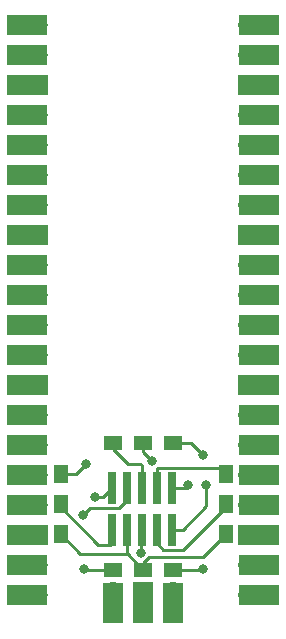
<source format=gbr>
%TF.GenerationSoftware,KiCad,Pcbnew,6.0.8-f2edbf62ab~116~ubuntu22.04.1*%
%TF.CreationDate,2022-10-03T19:04:55-04:00*%
%TF.ProjectId,PicoDebugInterface,5069636f-4465-4627-9567-496e74657266,rev?*%
%TF.SameCoordinates,Original*%
%TF.FileFunction,Copper,L1,Top*%
%TF.FilePolarity,Positive*%
%FSLAX46Y46*%
G04 Gerber Fmt 4.6, Leading zero omitted, Abs format (unit mm)*
G04 Created by KiCad (PCBNEW 6.0.8-f2edbf62ab~116~ubuntu22.04.1) date 2022-10-03 19:04:55*
%MOMM*%
%LPD*%
G01*
G04 APERTURE LIST*
%TA.AperFunction,SMDPad,CuDef*%
%ADD10R,1.524000X1.143000*%
%TD*%
%TA.AperFunction,SMDPad,CuDef*%
%ADD11R,1.143000X1.524000*%
%TD*%
%TA.AperFunction,SMDPad,CuDef*%
%ADD12R,0.660400X2.768600*%
%TD*%
%TA.AperFunction,SMDPad,CuDef*%
%ADD13R,3.500000X1.700000*%
%TD*%
%TA.AperFunction,ComponentPad*%
%ADD14O,1.700000X1.700000*%
%TD*%
%TA.AperFunction,ComponentPad*%
%ADD15R,1.700000X1.700000*%
%TD*%
%TA.AperFunction,SMDPad,CuDef*%
%ADD16R,1.700000X3.500000*%
%TD*%
%TA.AperFunction,ViaPad*%
%ADD17C,0.800000*%
%TD*%
%TA.AperFunction,Conductor*%
%ADD18C,0.250000*%
%TD*%
G04 APERTURE END LIST*
D10*
%TO.P,J2,1,Pin_1*%
%TO.N,/SWDCLK*%
X126238000Y-67119500D03*
%TO.P,J2,2,Pin_2*%
%TO.N,GND*%
X128778000Y-67119500D03*
%TO.P,J2,3,Pin_3*%
%TO.N,/SWDIO*%
X131318000Y-67119500D03*
%TD*%
D11*
%TO.P,J4,1,Pin_1*%
%TO.N,GND*%
X135763000Y-64135000D03*
%TO.P,J4,2,Pin_2*%
%TO.N,/SDA_1*%
X135763000Y-61595000D03*
%TO.P,J4,3,Pin_3*%
%TO.N,/SCL_1*%
X135763000Y-59055000D03*
%TD*%
D12*
%TO.P,J1,1,Pin_1*%
%TO.N,/SCL_0*%
X126111000Y-63728000D03*
%TO.P,J1,2,Pin_2*%
%TO.N,/SWDIO*%
X126111000Y-60198000D03*
%TO.P,J1,3,Pin_3*%
%TO.N,GND*%
X127381000Y-63728000D03*
%TO.P,J1,4,Pin_4*%
%TO.N,/SWDCLK*%
X127381000Y-60198000D03*
%TO.P,J1,5,Pin_5*%
%TO.N,/Uart_RX*%
X128651000Y-63728000D03*
%TO.P,J1,6,Pin_6*%
%TO.N,/SWO*%
X128651000Y-60198000D03*
%TO.P,J1,7,Pin_7*%
%TO.N,/SDA_1*%
X129921000Y-63728000D03*
%TO.P,J1,8,Pin_8*%
%TO.N,/SCL_1*%
X129921000Y-60198000D03*
%TO.P,J1,9,Pin_9*%
%TO.N,/VBUS_OUT*%
X131191000Y-63728000D03*
%TO.P,J1,10,Pin_10*%
%TO.N,/SDA_0*%
X131191000Y-60198000D03*
%TD*%
D13*
%TO.P,U1,1,GPIO0*%
%TO.N,unconnected-(U1-Pad1)*%
X118960000Y-21020000D03*
D14*
X119860000Y-21020000D03*
D13*
%TO.P,U1,2,GPIO1*%
%TO.N,unconnected-(U1-Pad2)*%
X118960000Y-23560000D03*
D14*
X119860000Y-23560000D03*
D13*
%TO.P,U1,3,GND*%
%TO.N,unconnected-(U1-Pad3)*%
X118960000Y-26100000D03*
D15*
X119860000Y-26100000D03*
D14*
%TO.P,U1,4,GPIO2*%
%TO.N,unconnected-(U1-Pad4)*%
X119860000Y-28640000D03*
D13*
X118960000Y-28640000D03*
%TO.P,U1,5,GPIO3*%
%TO.N,unconnected-(U1-Pad5)*%
X118960000Y-31180000D03*
D14*
X119860000Y-31180000D03*
%TO.P,U1,6,GPIO4*%
%TO.N,unconnected-(U1-Pad6)*%
X119860000Y-33720000D03*
D13*
X118960000Y-33720000D03*
D14*
%TO.P,U1,7,GPIO5*%
%TO.N,unconnected-(U1-Pad7)*%
X119860000Y-36260000D03*
D13*
X118960000Y-36260000D03*
D15*
%TO.P,U1,8,GND*%
%TO.N,unconnected-(U1-Pad8)*%
X119860000Y-38800000D03*
D13*
X118960000Y-38800000D03*
D14*
%TO.P,U1,9,GPIO6*%
%TO.N,unconnected-(U1-Pad9)*%
X119860000Y-41340000D03*
D13*
X118960000Y-41340000D03*
%TO.P,U1,10,GPIO7*%
%TO.N,unconnected-(U1-Pad10)*%
X118960000Y-43880000D03*
D14*
X119860000Y-43880000D03*
%TO.P,U1,11,GPIO8*%
%TO.N,unconnected-(U1-Pad11)*%
X119860000Y-46420000D03*
D13*
X118960000Y-46420000D03*
D14*
%TO.P,U1,12,GPIO9*%
%TO.N,unconnected-(U1-Pad12)*%
X119860000Y-48960000D03*
D13*
X118960000Y-48960000D03*
D15*
%TO.P,U1,13,GND*%
%TO.N,unconnected-(U1-Pad13)*%
X119860000Y-51500000D03*
D13*
X118960000Y-51500000D03*
D14*
%TO.P,U1,14,GPIO10*%
%TO.N,unconnected-(U1-Pad14)*%
X119860000Y-54040000D03*
D13*
X118960000Y-54040000D03*
%TO.P,U1,15,GPIO11*%
%TO.N,unconnected-(U1-Pad15)*%
X118960000Y-56580000D03*
D14*
X119860000Y-56580000D03*
%TO.P,U1,16,GPIO12*%
%TO.N,unconnected-(U1-Pad16)*%
X119860000Y-59120000D03*
D13*
X118960000Y-59120000D03*
%TO.P,U1,17,GPIO13*%
%TO.N,unconnected-(U1-Pad17)*%
X118960000Y-61660000D03*
D14*
X119860000Y-61660000D03*
D15*
%TO.P,U1,18,GND*%
%TO.N,unconnected-(U1-Pad18)*%
X119860000Y-64200000D03*
D13*
X118960000Y-64200000D03*
D14*
%TO.P,U1,19,GPIO14*%
%TO.N,unconnected-(U1-Pad19)*%
X119860000Y-66740000D03*
D13*
X118960000Y-66740000D03*
D14*
%TO.P,U1,20,GPIO15*%
%TO.N,unconnected-(U1-Pad20)*%
X119860000Y-69280000D03*
D13*
X118960000Y-69280000D03*
%TO.P,U1,21,GPIO16*%
%TO.N,unconnected-(U1-Pad21)*%
X138540000Y-69280000D03*
D14*
X137640000Y-69280000D03*
D13*
%TO.P,U1,22,GPIO17*%
%TO.N,unconnected-(U1-Pad22)*%
X138540000Y-66740000D03*
D14*
X137640000Y-66740000D03*
D15*
%TO.P,U1,23,GND*%
%TO.N,unconnected-(U1-Pad23)*%
X137640000Y-64200000D03*
D13*
X138540000Y-64200000D03*
D14*
%TO.P,U1,24,GPIO18*%
%TO.N,unconnected-(U1-Pad24)*%
X137640000Y-61660000D03*
D13*
X138540000Y-61660000D03*
%TO.P,U1,25,GPIO19*%
%TO.N,unconnected-(U1-Pad25)*%
X138540000Y-59120000D03*
D14*
X137640000Y-59120000D03*
D13*
%TO.P,U1,26,GPIO20*%
%TO.N,unconnected-(U1-Pad26)*%
X138540000Y-56580000D03*
D14*
X137640000Y-56580000D03*
D13*
%TO.P,U1,27,GPIO21*%
%TO.N,unconnected-(U1-Pad27)*%
X138540000Y-54040000D03*
D14*
X137640000Y-54040000D03*
D15*
%TO.P,U1,28,GND*%
%TO.N,unconnected-(U1-Pad28)*%
X137640000Y-51500000D03*
D13*
X138540000Y-51500000D03*
%TO.P,U1,29,GPIO22*%
%TO.N,unconnected-(U1-Pad29)*%
X138540000Y-48960000D03*
D14*
X137640000Y-48960000D03*
D13*
%TO.P,U1,30,RUN*%
%TO.N,unconnected-(U1-Pad30)*%
X138540000Y-46420000D03*
D14*
X137640000Y-46420000D03*
D13*
%TO.P,U1,31,GPIO26_ADC0*%
%TO.N,unconnected-(U1-Pad31)*%
X138540000Y-43880000D03*
D14*
X137640000Y-43880000D03*
D13*
%TO.P,U1,32,GPIO27_ADC1*%
%TO.N,unconnected-(U1-Pad32)*%
X138540000Y-41340000D03*
D14*
X137640000Y-41340000D03*
D13*
%TO.P,U1,33,AGND*%
%TO.N,unconnected-(U1-Pad33)*%
X138540000Y-38800000D03*
D15*
X137640000Y-38800000D03*
D14*
%TO.P,U1,34,GPIO28_ADC2*%
%TO.N,unconnected-(U1-Pad34)*%
X137640000Y-36260000D03*
D13*
X138540000Y-36260000D03*
D14*
%TO.P,U1,35,ADC_VREF*%
%TO.N,unconnected-(U1-Pad35)*%
X137640000Y-33720000D03*
D13*
X138540000Y-33720000D03*
D14*
%TO.P,U1,36,3V3*%
%TO.N,unconnected-(U1-Pad36)*%
X137640000Y-31180000D03*
D13*
X138540000Y-31180000D03*
%TO.P,U1,37,3V3_EN*%
%TO.N,unconnected-(U1-Pad37)*%
X138540000Y-28640000D03*
D14*
X137640000Y-28640000D03*
D15*
%TO.P,U1,38,GND*%
%TO.N,unconnected-(U1-Pad38)*%
X137640000Y-26100000D03*
D13*
X138540000Y-26100000D03*
D14*
%TO.P,U1,39,VSYS*%
%TO.N,unconnected-(U1-Pad39)*%
X137640000Y-23560000D03*
D13*
X138540000Y-23560000D03*
D14*
%TO.P,U1,40,VBUS*%
%TO.N,unconnected-(U1-Pad40)*%
X137640000Y-21020000D03*
D13*
X138540000Y-21020000D03*
D16*
%TO.P,U1,41,SWCLK*%
%TO.N,unconnected-(U1-Pad41)*%
X126210000Y-69950000D03*
D14*
X126210000Y-69050000D03*
D15*
%TO.P,U1,42,GND*%
%TO.N,unconnected-(U1-Pad42)*%
X128750000Y-69050000D03*
D16*
X128750000Y-69950000D03*
D14*
%TO.P,U1,43,SWDIO*%
%TO.N,unconnected-(U1-Pad43)*%
X131290000Y-69050000D03*
D16*
X131290000Y-69950000D03*
%TD*%
D10*
%TO.P,J5,1,Pin_1*%
%TO.N,/SWO*%
X126238000Y-56388000D03*
%TO.P,J5,2,Pin_2*%
%TO.N,/Uart_RX*%
X128778000Y-56388000D03*
%TO.P,J5,3,Pin_3*%
%TO.N,/VBUS_OUT*%
X131318000Y-56388000D03*
%TD*%
D11*
%TO.P,J3,1,Pin_1*%
%TO.N,GND*%
X121791000Y-64135000D03*
%TO.P,J3,2,Pin_2*%
%TO.N,/SCL_0*%
X121791000Y-61595000D03*
%TO.P,J3,3,Pin_3*%
%TO.N,/SDA_0*%
X121791000Y-59055000D03*
%TD*%
D17*
%TO.N,/SWDIO*%
X124714000Y-60960000D03*
X133858000Y-67055000D03*
%TO.N,/SWDCLK*%
X123761500Y-67055000D03*
X123698000Y-62484000D03*
%TO.N,/VBUS_OUT*%
X133858000Y-57404000D03*
X134112000Y-59944000D03*
%TO.N,/Uart_RX*%
X129540000Y-57912000D03*
X128611698Y-65689704D03*
%TO.N,/SDA_0*%
X132588000Y-59944000D03*
X123952000Y-58166000D03*
%TD*%
D18*
%TO.N,/SWDIO*%
X133794500Y-67119500D02*
X133858000Y-67056000D01*
X131318000Y-67119500D02*
X133794500Y-67119500D01*
X125349000Y-60960000D02*
X126111000Y-60198000D01*
X124714000Y-60960000D02*
X125349000Y-60960000D01*
X133858000Y-67056000D02*
X133858000Y-67055000D01*
%TO.N,/SWDCLK*%
X126725800Y-61907300D02*
X127381000Y-61252100D01*
X123761500Y-67119500D02*
X123698000Y-67056000D01*
X124274700Y-61907300D02*
X126725800Y-61907300D01*
X123699000Y-67055000D02*
X123761500Y-67055000D01*
X123698000Y-67056000D02*
X123699000Y-67055000D01*
X123698000Y-62484000D02*
X124274700Y-61907300D01*
X126238000Y-67119500D02*
X123761500Y-67119500D01*
X127381000Y-61252100D02*
X127381000Y-60198000D01*
%TO.N,/SWO*%
X128524000Y-58166000D02*
X128651000Y-58293000D01*
X127508000Y-58166000D02*
X128524000Y-58166000D01*
X126238000Y-56896000D02*
X127508000Y-58166000D01*
X128651000Y-58293000D02*
X128651000Y-60198000D01*
%TO.N,/VBUS_OUT*%
X132842000Y-56388000D02*
X133858000Y-57404000D01*
X132106000Y-63728000D02*
X134112000Y-61722000D01*
X134112000Y-61722000D02*
X134112000Y-59944000D01*
X131191000Y-63728000D02*
X132106000Y-63728000D01*
X131318000Y-56388000D02*
X132842000Y-56388000D01*
%TO.N,/Uart_RX*%
X129286000Y-57658000D02*
X129540000Y-57912000D01*
X128778000Y-56388000D02*
X128778000Y-57150000D01*
X128611698Y-63767302D02*
X128651000Y-63728000D01*
X128611698Y-65689704D02*
X128611698Y-63767302D01*
X128778000Y-57150000D02*
X129286000Y-57658000D01*
%TO.N,/SCL_0*%
X121791000Y-61595000D02*
X121791000Y-61847000D01*
X125984000Y-65024000D02*
X126111000Y-64897000D01*
X121791000Y-61847000D02*
X124968000Y-65024000D01*
X126111000Y-64897000D02*
X126111000Y-63728000D01*
X124968000Y-65024000D02*
X125984000Y-65024000D01*
%TO.N,/SDA_1*%
X130461300Y-65437300D02*
X129921000Y-64897000D01*
X135763000Y-61785500D02*
X132111200Y-65437300D01*
X132111200Y-65437300D02*
X130461300Y-65437300D01*
X135763000Y-61595000D02*
X135763000Y-61785500D01*
X129921000Y-64897000D02*
X129921000Y-63728000D01*
%TO.N,/SCL_1*%
X129921000Y-58547000D02*
X129921000Y-60198000D01*
X129979300Y-58488700D02*
X129921000Y-58547000D01*
X135763000Y-59055000D02*
X135196700Y-58488700D01*
X135196700Y-58488700D02*
X129979300Y-58488700D01*
%TO.N,/SDA_0*%
X123063000Y-59055000D02*
X123952000Y-58166000D01*
X132334000Y-60198000D02*
X132588000Y-59944000D01*
X131191000Y-60198000D02*
X132334000Y-60198000D01*
X121791000Y-59055000D02*
X123063000Y-59055000D01*
%TO.N,GND*%
X127381000Y-65659000D02*
X127381000Y-65784000D01*
X135763000Y-64135000D02*
X133858000Y-66040000D01*
X121791000Y-64135000D02*
X123440000Y-65784000D01*
X127442500Y-65784000D02*
X128778000Y-67119500D01*
X123440000Y-65784000D02*
X127381000Y-65784000D01*
X128778000Y-66548000D02*
X128778000Y-67119500D01*
X129286000Y-66040000D02*
X128778000Y-66548000D01*
X127381000Y-63728000D02*
X127381000Y-65659000D01*
X133858000Y-66040000D02*
X129286000Y-66040000D01*
X127381000Y-65784000D02*
X127442500Y-65784000D01*
%TD*%
M02*

</source>
